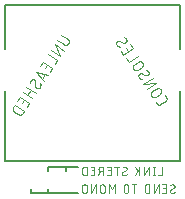
<source format=gbr>
G04 EAGLE Gerber RS-274X export*
G75*
%MOMM*%
%FSLAX34Y34*%
%LPD*%
%INSilkscreen Bottom*%
%IPPOS*%
%AMOC8*
5,1,8,0,0,1.08239X$1,22.5*%
G01*
%ADD10C,0.076200*%
%ADD11C,0.127000*%


D10*
X148371Y85231D02*
X149551Y83507D01*
X149604Y83433D01*
X149661Y83362D01*
X149720Y83293D01*
X149782Y83226D01*
X149847Y83162D01*
X149915Y83102D01*
X149986Y83044D01*
X150059Y82989D01*
X150134Y82938D01*
X150211Y82890D01*
X150291Y82845D01*
X150372Y82804D01*
X150455Y82766D01*
X150539Y82733D01*
X150625Y82702D01*
X150712Y82676D01*
X150801Y82653D01*
X150890Y82635D01*
X150980Y82620D01*
X151070Y82609D01*
X151161Y82602D01*
X151252Y82599D01*
X151343Y82600D01*
X151434Y82605D01*
X151525Y82614D01*
X151615Y82627D01*
X151705Y82644D01*
X151793Y82665D01*
X151881Y82689D01*
X151968Y82718D01*
X152053Y82750D01*
X152137Y82785D01*
X152219Y82825D01*
X152299Y82868D01*
X152377Y82914D01*
X152454Y82964D01*
X156762Y85914D01*
X156834Y85966D01*
X156904Y86020D01*
X156971Y86078D01*
X157036Y86138D01*
X157098Y86201D01*
X157158Y86267D01*
X157214Y86335D01*
X157268Y86406D01*
X157319Y86478D01*
X157367Y86553D01*
X157411Y86630D01*
X157452Y86708D01*
X157490Y86788D01*
X157524Y86870D01*
X157555Y86953D01*
X157582Y87038D01*
X157606Y87123D01*
X157626Y87209D01*
X157642Y87297D01*
X157655Y87384D01*
X157664Y87472D01*
X157669Y87561D01*
X157670Y87650D01*
X157668Y87738D01*
X157661Y87827D01*
X157651Y87915D01*
X157638Y88002D01*
X157620Y88089D01*
X157599Y88175D01*
X157575Y88260D01*
X157546Y88344D01*
X157515Y88427D01*
X157479Y88509D01*
X157441Y88588D01*
X157399Y88666D01*
X157353Y88742D01*
X157305Y88817D01*
X156125Y90540D01*
X152012Y91927D02*
X148565Y89568D01*
X152012Y91927D02*
X152095Y91985D01*
X152175Y92047D01*
X152252Y92112D01*
X152327Y92180D01*
X152400Y92251D01*
X152469Y92325D01*
X152536Y92401D01*
X152599Y92480D01*
X152660Y92561D01*
X152717Y92645D01*
X152771Y92730D01*
X152822Y92818D01*
X152869Y92907D01*
X152913Y92999D01*
X152953Y93092D01*
X152990Y93186D01*
X153023Y93282D01*
X153052Y93379D01*
X153077Y93477D01*
X153099Y93576D01*
X153116Y93676D01*
X153130Y93776D01*
X153140Y93877D01*
X153146Y93978D01*
X153148Y94079D01*
X153146Y94180D01*
X153140Y94281D01*
X153131Y94382D01*
X153117Y94482D01*
X153099Y94582D01*
X153078Y94681D01*
X153053Y94779D01*
X153024Y94876D01*
X152991Y94972D01*
X152955Y95067D01*
X152915Y95160D01*
X152871Y95251D01*
X152824Y95341D01*
X152773Y95428D01*
X152720Y95514D01*
X152662Y95598D01*
X152602Y95679D01*
X152538Y95758D01*
X152472Y95834D01*
X152402Y95908D01*
X152330Y95979D01*
X152255Y96047D01*
X152178Y96112D01*
X152098Y96174D01*
X152015Y96233D01*
X151931Y96289D01*
X151844Y96341D01*
X151756Y96390D01*
X151665Y96436D01*
X151573Y96478D01*
X151479Y96516D01*
X151384Y96551D01*
X151288Y96582D01*
X151190Y96609D01*
X151092Y96632D01*
X150992Y96652D01*
X150892Y96668D01*
X150792Y96680D01*
X150691Y96687D01*
X150590Y96691D01*
X150488Y96692D01*
X150387Y96688D01*
X150286Y96680D01*
X150186Y96668D01*
X150086Y96653D01*
X149986Y96633D01*
X149888Y96610D01*
X149790Y96583D01*
X149694Y96552D01*
X149598Y96517D01*
X149505Y96479D01*
X149412Y96437D01*
X149322Y96392D01*
X149233Y96343D01*
X149147Y96291D01*
X149062Y96235D01*
X145615Y93876D01*
X145532Y93818D01*
X145452Y93756D01*
X145375Y93691D01*
X145300Y93623D01*
X145227Y93552D01*
X145158Y93478D01*
X145091Y93402D01*
X145028Y93323D01*
X144967Y93242D01*
X144910Y93158D01*
X144856Y93073D01*
X144805Y92985D01*
X144758Y92896D01*
X144714Y92804D01*
X144674Y92711D01*
X144637Y92617D01*
X144604Y92521D01*
X144575Y92424D01*
X144550Y92326D01*
X144528Y92227D01*
X144511Y92127D01*
X144497Y92027D01*
X144487Y91926D01*
X144481Y91825D01*
X144479Y91724D01*
X144481Y91623D01*
X144487Y91522D01*
X144496Y91421D01*
X144510Y91321D01*
X144528Y91221D01*
X144549Y91122D01*
X144574Y91024D01*
X144603Y90927D01*
X144636Y90831D01*
X144672Y90736D01*
X144712Y90643D01*
X144756Y90552D01*
X144803Y90462D01*
X144854Y90375D01*
X144907Y90289D01*
X144965Y90205D01*
X145025Y90124D01*
X145089Y90045D01*
X145155Y89969D01*
X145225Y89895D01*
X145297Y89824D01*
X145372Y89756D01*
X145449Y89691D01*
X145529Y89629D01*
X145612Y89570D01*
X145696Y89514D01*
X145783Y89462D01*
X145871Y89413D01*
X145962Y89367D01*
X146054Y89325D01*
X146148Y89287D01*
X146243Y89252D01*
X146339Y89221D01*
X146437Y89194D01*
X146535Y89171D01*
X146635Y89151D01*
X146735Y89135D01*
X146835Y89123D01*
X146936Y89116D01*
X147037Y89112D01*
X147139Y89111D01*
X147240Y89115D01*
X147341Y89123D01*
X147441Y89135D01*
X147541Y89150D01*
X147641Y89170D01*
X147739Y89193D01*
X147837Y89220D01*
X147933Y89251D01*
X148029Y89286D01*
X148122Y89324D01*
X148215Y89366D01*
X148305Y89411D01*
X148394Y89460D01*
X148480Y89512D01*
X148565Y89568D01*
X141073Y95889D02*
X148827Y101199D01*
X138123Y100197D01*
X145878Y105507D01*
X134680Y108921D02*
X134606Y108868D01*
X134535Y108811D01*
X134466Y108752D01*
X134399Y108690D01*
X134335Y108625D01*
X134275Y108557D01*
X134217Y108486D01*
X134162Y108413D01*
X134111Y108338D01*
X134063Y108261D01*
X134018Y108181D01*
X133977Y108100D01*
X133939Y108017D01*
X133906Y107933D01*
X133875Y107847D01*
X133849Y107760D01*
X133826Y107671D01*
X133808Y107582D01*
X133793Y107492D01*
X133782Y107402D01*
X133775Y107311D01*
X133772Y107220D01*
X133773Y107129D01*
X133778Y107038D01*
X133787Y106947D01*
X133800Y106857D01*
X133817Y106767D01*
X133838Y106679D01*
X133862Y106591D01*
X133891Y106504D01*
X133923Y106419D01*
X133958Y106335D01*
X133998Y106253D01*
X134041Y106173D01*
X134087Y106095D01*
X134137Y106018D01*
X134211Y105913D01*
X134288Y105810D01*
X134369Y105709D01*
X134452Y105611D01*
X134539Y105515D01*
X134628Y105421D01*
X134719Y105330D01*
X134814Y105242D01*
X134910Y105157D01*
X135010Y105075D01*
X135111Y104995D01*
X135215Y104919D01*
X135321Y104845D01*
X135430Y104775D01*
X135540Y104708D01*
X135652Y104644D01*
X135766Y104584D01*
X135882Y104527D01*
X135999Y104473D01*
X136118Y104423D01*
X136238Y104376D01*
X136360Y104333D01*
X136483Y104293D01*
X136606Y104257D01*
X136731Y104225D01*
X136857Y104196D01*
X136984Y104171D01*
X141791Y107779D02*
X141863Y107831D01*
X141932Y107885D01*
X142000Y107943D01*
X142065Y108003D01*
X142127Y108066D01*
X142187Y108132D01*
X142243Y108200D01*
X142297Y108271D01*
X142348Y108343D01*
X142396Y108418D01*
X142440Y108495D01*
X142481Y108573D01*
X142519Y108653D01*
X142553Y108735D01*
X142584Y108818D01*
X142611Y108903D01*
X142635Y108988D01*
X142655Y109074D01*
X142671Y109162D01*
X142684Y109249D01*
X142693Y109338D01*
X142698Y109426D01*
X142699Y109515D01*
X142697Y109603D01*
X142690Y109692D01*
X142680Y109780D01*
X142667Y109867D01*
X142649Y109954D01*
X142628Y110040D01*
X142604Y110126D01*
X142575Y110210D01*
X142544Y110292D01*
X142508Y110374D01*
X142470Y110453D01*
X142428Y110531D01*
X142382Y110608D01*
X142334Y110682D01*
X142265Y110780D01*
X142192Y110875D01*
X142117Y110969D01*
X142039Y111060D01*
X141959Y111149D01*
X141875Y111235D01*
X141789Y111319D01*
X141701Y111399D01*
X141610Y111478D01*
X141516Y111553D01*
X141421Y111626D01*
X141323Y111695D01*
X141223Y111762D01*
X141121Y111825D01*
X141017Y111885D01*
X140912Y111942D01*
X140805Y111996D01*
X140696Y112046D01*
X140585Y112094D01*
X140474Y112137D01*
X140361Y112178D01*
X139693Y107608D02*
X139776Y107571D01*
X139862Y107538D01*
X139949Y107508D01*
X140037Y107482D01*
X140126Y107460D01*
X140216Y107442D01*
X140306Y107427D01*
X140398Y107417D01*
X140489Y107410D01*
X140581Y107408D01*
X140673Y107410D01*
X140764Y107415D01*
X140855Y107424D01*
X140946Y107438D01*
X141036Y107455D01*
X141126Y107476D01*
X141214Y107501D01*
X141301Y107530D01*
X141387Y107563D01*
X141471Y107599D01*
X141554Y107639D01*
X141635Y107682D01*
X141714Y107729D01*
X141790Y107779D01*
X136778Y109092D02*
X136694Y109129D01*
X136609Y109162D01*
X136522Y109192D01*
X136434Y109218D01*
X136345Y109240D01*
X136255Y109258D01*
X136165Y109273D01*
X136073Y109283D01*
X135982Y109290D01*
X135890Y109292D01*
X135798Y109290D01*
X135707Y109285D01*
X135616Y109276D01*
X135525Y109262D01*
X135435Y109245D01*
X135345Y109224D01*
X135257Y109199D01*
X135170Y109170D01*
X135084Y109137D01*
X135000Y109101D01*
X134917Y109061D01*
X134836Y109018D01*
X134758Y108971D01*
X134681Y108921D01*
X136778Y109093D02*
X139693Y107608D01*
X136514Y114562D02*
X133067Y112202D01*
X136514Y114562D02*
X136597Y114620D01*
X136677Y114682D01*
X136754Y114747D01*
X136829Y114815D01*
X136902Y114886D01*
X136971Y114960D01*
X137038Y115036D01*
X137101Y115115D01*
X137162Y115196D01*
X137219Y115280D01*
X137273Y115365D01*
X137324Y115453D01*
X137371Y115542D01*
X137415Y115634D01*
X137455Y115727D01*
X137492Y115821D01*
X137525Y115917D01*
X137554Y116014D01*
X137579Y116112D01*
X137601Y116211D01*
X137618Y116311D01*
X137632Y116411D01*
X137642Y116512D01*
X137648Y116613D01*
X137650Y116714D01*
X137648Y116815D01*
X137642Y116916D01*
X137633Y117017D01*
X137619Y117117D01*
X137601Y117217D01*
X137580Y117316D01*
X137555Y117414D01*
X137526Y117511D01*
X137493Y117607D01*
X137457Y117702D01*
X137417Y117795D01*
X137373Y117886D01*
X137326Y117976D01*
X137275Y118063D01*
X137222Y118149D01*
X137164Y118233D01*
X137104Y118314D01*
X137040Y118393D01*
X136974Y118469D01*
X136904Y118543D01*
X136832Y118614D01*
X136757Y118682D01*
X136680Y118747D01*
X136600Y118809D01*
X136517Y118868D01*
X136433Y118924D01*
X136346Y118976D01*
X136258Y119025D01*
X136167Y119071D01*
X136075Y119113D01*
X135981Y119151D01*
X135886Y119186D01*
X135790Y119217D01*
X135692Y119244D01*
X135594Y119267D01*
X135494Y119287D01*
X135394Y119303D01*
X135294Y119315D01*
X135193Y119322D01*
X135092Y119326D01*
X134990Y119327D01*
X134889Y119323D01*
X134788Y119315D01*
X134688Y119303D01*
X134588Y119288D01*
X134488Y119268D01*
X134390Y119245D01*
X134292Y119218D01*
X134196Y119187D01*
X134100Y119152D01*
X134007Y119114D01*
X133914Y119072D01*
X133824Y119027D01*
X133735Y118978D01*
X133649Y118926D01*
X133564Y118870D01*
X130117Y116510D01*
X130034Y116452D01*
X129954Y116390D01*
X129877Y116325D01*
X129802Y116257D01*
X129729Y116186D01*
X129660Y116112D01*
X129593Y116036D01*
X129530Y115957D01*
X129469Y115876D01*
X129412Y115792D01*
X129358Y115707D01*
X129307Y115619D01*
X129260Y115530D01*
X129216Y115438D01*
X129176Y115345D01*
X129139Y115251D01*
X129106Y115155D01*
X129077Y115058D01*
X129052Y114960D01*
X129030Y114861D01*
X129013Y114761D01*
X128999Y114661D01*
X128989Y114560D01*
X128983Y114459D01*
X128981Y114358D01*
X128983Y114257D01*
X128989Y114156D01*
X128998Y114055D01*
X129012Y113955D01*
X129030Y113855D01*
X129051Y113756D01*
X129076Y113658D01*
X129105Y113561D01*
X129138Y113465D01*
X129174Y113370D01*
X129214Y113277D01*
X129258Y113186D01*
X129305Y113096D01*
X129356Y113009D01*
X129409Y112923D01*
X129467Y112839D01*
X129527Y112758D01*
X129591Y112679D01*
X129657Y112603D01*
X129727Y112529D01*
X129799Y112458D01*
X129874Y112390D01*
X129951Y112325D01*
X130031Y112263D01*
X130114Y112204D01*
X130198Y112148D01*
X130285Y112096D01*
X130373Y112047D01*
X130464Y112001D01*
X130556Y111959D01*
X130650Y111921D01*
X130745Y111886D01*
X130841Y111855D01*
X130939Y111828D01*
X131037Y111805D01*
X131137Y111785D01*
X131237Y111769D01*
X131337Y111757D01*
X131438Y111750D01*
X131539Y111746D01*
X131641Y111745D01*
X131742Y111749D01*
X131843Y111757D01*
X131943Y111769D01*
X132043Y111784D01*
X132143Y111804D01*
X132241Y111827D01*
X132339Y111854D01*
X132435Y111885D01*
X132531Y111920D01*
X132624Y111958D01*
X132717Y112000D01*
X132807Y112045D01*
X132896Y112094D01*
X132982Y112146D01*
X133067Y112202D01*
X125565Y118538D02*
X133319Y123847D01*
X125565Y118538D02*
X123205Y121984D01*
X121088Y125077D02*
X118728Y128523D01*
X121088Y125077D02*
X128842Y130386D01*
X126482Y133833D01*
X123626Y130611D02*
X125396Y128026D01*
X115195Y133683D02*
X115145Y133760D01*
X115099Y133838D01*
X115056Y133918D01*
X115016Y134000D01*
X114981Y134084D01*
X114949Y134169D01*
X114920Y134256D01*
X114896Y134344D01*
X114875Y134432D01*
X114858Y134522D01*
X114845Y134612D01*
X114836Y134703D01*
X114831Y134794D01*
X114830Y134885D01*
X114833Y134976D01*
X114840Y135067D01*
X114851Y135157D01*
X114866Y135247D01*
X114884Y135336D01*
X114907Y135425D01*
X114933Y135512D01*
X114964Y135598D01*
X114997Y135682D01*
X115035Y135765D01*
X115076Y135846D01*
X115121Y135926D01*
X115169Y136003D01*
X115220Y136078D01*
X115275Y136151D01*
X115333Y136222D01*
X115393Y136290D01*
X115457Y136355D01*
X115524Y136417D01*
X115593Y136476D01*
X115664Y136533D01*
X115738Y136586D01*
X115195Y133682D02*
X115269Y133577D01*
X115346Y133474D01*
X115427Y133373D01*
X115510Y133275D01*
X115597Y133179D01*
X115686Y133085D01*
X115777Y132994D01*
X115872Y132906D01*
X115968Y132821D01*
X116068Y132739D01*
X116169Y132659D01*
X116273Y132583D01*
X116379Y132509D01*
X116488Y132439D01*
X116598Y132372D01*
X116710Y132308D01*
X116824Y132248D01*
X116940Y132191D01*
X117057Y132137D01*
X117176Y132087D01*
X117296Y132040D01*
X117418Y131997D01*
X117541Y131957D01*
X117664Y131921D01*
X117789Y131889D01*
X117915Y131860D01*
X118042Y131835D01*
X122849Y135443D02*
X122921Y135495D01*
X122990Y135549D01*
X123058Y135607D01*
X123123Y135667D01*
X123185Y135730D01*
X123245Y135796D01*
X123301Y135864D01*
X123355Y135935D01*
X123406Y136007D01*
X123454Y136082D01*
X123498Y136159D01*
X123539Y136237D01*
X123577Y136317D01*
X123611Y136399D01*
X123642Y136482D01*
X123669Y136567D01*
X123693Y136652D01*
X123713Y136738D01*
X123729Y136826D01*
X123742Y136913D01*
X123751Y137002D01*
X123756Y137090D01*
X123757Y137179D01*
X123755Y137267D01*
X123748Y137356D01*
X123738Y137444D01*
X123725Y137531D01*
X123707Y137618D01*
X123686Y137704D01*
X123662Y137790D01*
X123633Y137874D01*
X123602Y137956D01*
X123566Y138038D01*
X123528Y138117D01*
X123486Y138195D01*
X123440Y138272D01*
X123392Y138346D01*
X123323Y138444D01*
X123250Y138539D01*
X123175Y138633D01*
X123097Y138724D01*
X123017Y138813D01*
X122933Y138899D01*
X122847Y138983D01*
X122759Y139063D01*
X122668Y139142D01*
X122574Y139217D01*
X122479Y139290D01*
X122381Y139359D01*
X122281Y139426D01*
X122179Y139489D01*
X122075Y139549D01*
X121970Y139606D01*
X121863Y139660D01*
X121754Y139710D01*
X121643Y139758D01*
X121532Y139801D01*
X121419Y139842D01*
X120751Y135272D02*
X120834Y135235D01*
X120920Y135202D01*
X121007Y135172D01*
X121095Y135146D01*
X121184Y135124D01*
X121274Y135106D01*
X121364Y135091D01*
X121456Y135081D01*
X121547Y135074D01*
X121639Y135072D01*
X121731Y135074D01*
X121822Y135079D01*
X121913Y135088D01*
X122004Y135102D01*
X122094Y135119D01*
X122184Y135140D01*
X122272Y135165D01*
X122359Y135194D01*
X122445Y135227D01*
X122529Y135263D01*
X122612Y135303D01*
X122693Y135346D01*
X122772Y135393D01*
X122848Y135443D01*
X117836Y136757D02*
X117752Y136794D01*
X117667Y136827D01*
X117580Y136857D01*
X117492Y136883D01*
X117403Y136905D01*
X117313Y136923D01*
X117223Y136938D01*
X117131Y136948D01*
X117040Y136955D01*
X116948Y136957D01*
X116856Y136955D01*
X116765Y136950D01*
X116674Y136941D01*
X116583Y136927D01*
X116493Y136910D01*
X116403Y136889D01*
X116315Y136864D01*
X116228Y136835D01*
X116142Y136802D01*
X116058Y136766D01*
X115975Y136726D01*
X115894Y136683D01*
X115816Y136636D01*
X115739Y136586D01*
X117836Y136757D02*
X120751Y135272D01*
X153369Y30247D02*
X153369Y22881D01*
X150095Y22881D01*
X146706Y22881D02*
X146706Y30247D01*
X147524Y22881D02*
X145887Y22881D01*
X145887Y30247D02*
X147524Y30247D01*
X142656Y30247D02*
X142656Y22881D01*
X138564Y22881D02*
X142656Y30247D01*
X138564Y30247D02*
X138564Y22881D01*
X134735Y22881D02*
X134735Y30247D01*
X130643Y30247D02*
X134735Y25746D01*
X133098Y27382D02*
X130643Y22881D01*
X121669Y22881D02*
X121591Y22883D01*
X121513Y22888D01*
X121436Y22898D01*
X121359Y22911D01*
X121283Y22927D01*
X121208Y22947D01*
X121134Y22971D01*
X121061Y22998D01*
X120989Y23029D01*
X120919Y23063D01*
X120851Y23100D01*
X120784Y23141D01*
X120719Y23185D01*
X120657Y23231D01*
X120597Y23281D01*
X120539Y23333D01*
X120484Y23388D01*
X120432Y23446D01*
X120382Y23506D01*
X120336Y23568D01*
X120292Y23633D01*
X120251Y23699D01*
X120214Y23768D01*
X120180Y23838D01*
X120149Y23910D01*
X120122Y23983D01*
X120098Y24057D01*
X120078Y24132D01*
X120062Y24208D01*
X120049Y24285D01*
X120039Y24362D01*
X120034Y24440D01*
X120032Y24518D01*
X121669Y22881D02*
X121783Y22883D01*
X121896Y22888D01*
X122010Y22898D01*
X122123Y22911D01*
X122235Y22928D01*
X122347Y22948D01*
X122458Y22972D01*
X122569Y23000D01*
X122678Y23031D01*
X122786Y23066D01*
X122893Y23105D01*
X122999Y23147D01*
X123103Y23192D01*
X123206Y23241D01*
X123307Y23294D01*
X123406Y23349D01*
X123504Y23408D01*
X123599Y23470D01*
X123692Y23535D01*
X123784Y23603D01*
X123872Y23674D01*
X123959Y23748D01*
X124043Y23825D01*
X124124Y23904D01*
X123919Y28610D02*
X123917Y28688D01*
X123912Y28766D01*
X123902Y28843D01*
X123889Y28920D01*
X123873Y28996D01*
X123853Y29071D01*
X123829Y29145D01*
X123802Y29218D01*
X123771Y29290D01*
X123737Y29360D01*
X123700Y29429D01*
X123659Y29495D01*
X123615Y29560D01*
X123569Y29622D01*
X123519Y29682D01*
X123467Y29740D01*
X123412Y29795D01*
X123354Y29847D01*
X123294Y29897D01*
X123232Y29943D01*
X123167Y29987D01*
X123101Y30028D01*
X123032Y30065D01*
X122962Y30099D01*
X122890Y30130D01*
X122817Y30157D01*
X122743Y30181D01*
X122668Y30201D01*
X122592Y30217D01*
X122515Y30230D01*
X122438Y30240D01*
X122360Y30245D01*
X122282Y30247D01*
X122172Y30245D01*
X122063Y30239D01*
X121953Y30229D01*
X121845Y30216D01*
X121736Y30198D01*
X121629Y30177D01*
X121522Y30151D01*
X121416Y30122D01*
X121311Y30090D01*
X121208Y30053D01*
X121106Y30013D01*
X121005Y29969D01*
X120906Y29921D01*
X120809Y29871D01*
X120714Y29816D01*
X120621Y29758D01*
X120530Y29697D01*
X120441Y29633D01*
X123101Y27177D02*
X123168Y27219D01*
X123233Y27263D01*
X123295Y27311D01*
X123355Y27361D01*
X123413Y27414D01*
X123468Y27470D01*
X123520Y27529D01*
X123570Y27589D01*
X123617Y27653D01*
X123660Y27718D01*
X123701Y27785D01*
X123738Y27854D01*
X123772Y27925D01*
X123803Y27997D01*
X123830Y28071D01*
X123854Y28145D01*
X123874Y28221D01*
X123890Y28298D01*
X123903Y28375D01*
X123913Y28453D01*
X123918Y28532D01*
X123920Y28610D01*
X120850Y25950D02*
X120784Y25909D01*
X120719Y25864D01*
X120657Y25817D01*
X120597Y25766D01*
X120539Y25713D01*
X120484Y25657D01*
X120431Y25599D01*
X120382Y25538D01*
X120335Y25475D01*
X120292Y25410D01*
X120251Y25343D01*
X120214Y25274D01*
X120180Y25203D01*
X120149Y25131D01*
X120122Y25057D01*
X120098Y24982D01*
X120078Y24907D01*
X120062Y24830D01*
X120049Y24753D01*
X120039Y24675D01*
X120034Y24596D01*
X120032Y24518D01*
X120850Y25950D02*
X123101Y27178D01*
X115494Y30247D02*
X115494Y22881D01*
X117540Y30247D02*
X113448Y30247D01*
X110453Y22881D02*
X107179Y22881D01*
X110453Y22881D02*
X110453Y30247D01*
X107179Y30247D01*
X107998Y26973D02*
X110453Y26973D01*
X104078Y30247D02*
X104078Y22881D01*
X104078Y30247D02*
X102032Y30247D01*
X101943Y30245D01*
X101854Y30239D01*
X101765Y30229D01*
X101677Y30216D01*
X101589Y30199D01*
X101502Y30177D01*
X101417Y30152D01*
X101332Y30124D01*
X101249Y30091D01*
X101167Y30055D01*
X101087Y30016D01*
X101009Y29973D01*
X100933Y29927D01*
X100858Y29877D01*
X100786Y29824D01*
X100717Y29768D01*
X100650Y29709D01*
X100585Y29648D01*
X100524Y29583D01*
X100465Y29516D01*
X100409Y29447D01*
X100356Y29375D01*
X100306Y29300D01*
X100260Y29224D01*
X100217Y29146D01*
X100178Y29066D01*
X100142Y28984D01*
X100109Y28901D01*
X100081Y28816D01*
X100056Y28731D01*
X100034Y28644D01*
X100017Y28556D01*
X100004Y28468D01*
X99994Y28379D01*
X99988Y28290D01*
X99986Y28201D01*
X99988Y28112D01*
X99994Y28023D01*
X100004Y27934D01*
X100017Y27846D01*
X100034Y27758D01*
X100056Y27671D01*
X100081Y27586D01*
X100109Y27501D01*
X100142Y27418D01*
X100178Y27336D01*
X100217Y27256D01*
X100260Y27178D01*
X100306Y27102D01*
X100356Y27027D01*
X100409Y26955D01*
X100465Y26886D01*
X100524Y26819D01*
X100585Y26754D01*
X100650Y26693D01*
X100717Y26634D01*
X100786Y26578D01*
X100858Y26525D01*
X100933Y26475D01*
X101009Y26429D01*
X101087Y26386D01*
X101167Y26347D01*
X101249Y26311D01*
X101332Y26278D01*
X101417Y26250D01*
X101502Y26225D01*
X101589Y26203D01*
X101677Y26186D01*
X101765Y26173D01*
X101854Y26163D01*
X101943Y26157D01*
X102032Y26155D01*
X104078Y26155D01*
X101623Y26155D02*
X99986Y22881D01*
X96554Y22881D02*
X93281Y22881D01*
X96554Y22881D02*
X96554Y30247D01*
X93281Y30247D01*
X94099Y26973D02*
X96554Y26973D01*
X90474Y28201D02*
X90474Y24927D01*
X90474Y28201D02*
X90472Y28290D01*
X90466Y28379D01*
X90456Y28468D01*
X90443Y28556D01*
X90426Y28644D01*
X90404Y28731D01*
X90379Y28816D01*
X90351Y28901D01*
X90318Y28984D01*
X90282Y29066D01*
X90243Y29146D01*
X90200Y29224D01*
X90154Y29300D01*
X90104Y29375D01*
X90051Y29447D01*
X89995Y29516D01*
X89936Y29583D01*
X89875Y29648D01*
X89810Y29709D01*
X89743Y29768D01*
X89674Y29824D01*
X89602Y29877D01*
X89527Y29927D01*
X89451Y29973D01*
X89373Y30016D01*
X89293Y30055D01*
X89211Y30091D01*
X89128Y30124D01*
X89043Y30152D01*
X88958Y30177D01*
X88871Y30199D01*
X88783Y30216D01*
X88695Y30229D01*
X88606Y30239D01*
X88517Y30245D01*
X88428Y30247D01*
X88339Y30245D01*
X88250Y30239D01*
X88161Y30229D01*
X88073Y30216D01*
X87985Y30199D01*
X87898Y30177D01*
X87813Y30152D01*
X87728Y30124D01*
X87645Y30091D01*
X87563Y30055D01*
X87483Y30016D01*
X87405Y29973D01*
X87329Y29927D01*
X87254Y29877D01*
X87182Y29824D01*
X87113Y29768D01*
X87046Y29709D01*
X86981Y29648D01*
X86920Y29583D01*
X86861Y29516D01*
X86805Y29447D01*
X86752Y29375D01*
X86702Y29300D01*
X86656Y29224D01*
X86613Y29146D01*
X86574Y29066D01*
X86538Y28984D01*
X86505Y28901D01*
X86477Y28816D01*
X86452Y28731D01*
X86430Y28644D01*
X86413Y28556D01*
X86400Y28468D01*
X86390Y28379D01*
X86384Y28290D01*
X86382Y28201D01*
X86382Y24927D01*
X86384Y24838D01*
X86390Y24749D01*
X86400Y24660D01*
X86413Y24572D01*
X86430Y24484D01*
X86452Y24397D01*
X86477Y24312D01*
X86505Y24227D01*
X86538Y24144D01*
X86574Y24062D01*
X86613Y23982D01*
X86656Y23904D01*
X86702Y23828D01*
X86752Y23753D01*
X86805Y23681D01*
X86861Y23612D01*
X86920Y23545D01*
X86981Y23480D01*
X87046Y23419D01*
X87113Y23360D01*
X87182Y23304D01*
X87254Y23251D01*
X87329Y23201D01*
X87405Y23155D01*
X87483Y23112D01*
X87563Y23073D01*
X87645Y23037D01*
X87728Y23004D01*
X87813Y22976D01*
X87898Y22951D01*
X87985Y22929D01*
X88073Y22912D01*
X88161Y22899D01*
X88250Y22889D01*
X88339Y22883D01*
X88428Y22881D01*
X88517Y22883D01*
X88606Y22889D01*
X88695Y22899D01*
X88783Y22912D01*
X88871Y22929D01*
X88958Y22951D01*
X89043Y22976D01*
X89128Y23004D01*
X89211Y23037D01*
X89293Y23073D01*
X89373Y23112D01*
X89451Y23155D01*
X89527Y23201D01*
X89602Y23251D01*
X89674Y23304D01*
X89743Y23360D01*
X89810Y23419D01*
X89875Y23480D01*
X89936Y23545D01*
X89995Y23612D01*
X90051Y23681D01*
X90104Y23753D01*
X90154Y23828D01*
X90200Y23904D01*
X90243Y23982D01*
X90282Y24062D01*
X90318Y24144D01*
X90351Y24227D01*
X90379Y24312D01*
X90404Y24397D01*
X90426Y24484D01*
X90443Y24572D01*
X90456Y24660D01*
X90466Y24749D01*
X90472Y24838D01*
X90474Y24927D01*
X160527Y9518D02*
X160529Y9440D01*
X160534Y9362D01*
X160544Y9285D01*
X160557Y9208D01*
X160573Y9132D01*
X160593Y9057D01*
X160617Y8983D01*
X160644Y8910D01*
X160675Y8838D01*
X160709Y8768D01*
X160746Y8699D01*
X160787Y8633D01*
X160831Y8568D01*
X160877Y8506D01*
X160927Y8446D01*
X160979Y8388D01*
X161034Y8333D01*
X161092Y8281D01*
X161152Y8231D01*
X161214Y8185D01*
X161279Y8141D01*
X161346Y8100D01*
X161414Y8063D01*
X161484Y8029D01*
X161556Y7998D01*
X161629Y7971D01*
X161703Y7947D01*
X161778Y7927D01*
X161854Y7911D01*
X161931Y7898D01*
X162008Y7888D01*
X162086Y7883D01*
X162164Y7881D01*
X162278Y7883D01*
X162391Y7888D01*
X162505Y7898D01*
X162618Y7911D01*
X162730Y7928D01*
X162842Y7948D01*
X162953Y7972D01*
X163064Y8000D01*
X163173Y8031D01*
X163281Y8066D01*
X163388Y8105D01*
X163494Y8147D01*
X163598Y8192D01*
X163701Y8241D01*
X163802Y8294D01*
X163901Y8349D01*
X163999Y8408D01*
X164094Y8470D01*
X164187Y8535D01*
X164279Y8603D01*
X164367Y8674D01*
X164454Y8748D01*
X164538Y8825D01*
X164619Y8904D01*
X164415Y13610D02*
X164413Y13688D01*
X164408Y13766D01*
X164398Y13843D01*
X164385Y13920D01*
X164369Y13996D01*
X164349Y14071D01*
X164325Y14145D01*
X164298Y14218D01*
X164267Y14290D01*
X164233Y14360D01*
X164196Y14429D01*
X164155Y14495D01*
X164111Y14560D01*
X164065Y14622D01*
X164015Y14682D01*
X163963Y14740D01*
X163908Y14795D01*
X163850Y14847D01*
X163790Y14897D01*
X163728Y14943D01*
X163663Y14987D01*
X163597Y15028D01*
X163528Y15065D01*
X163458Y15099D01*
X163386Y15130D01*
X163313Y15157D01*
X163239Y15181D01*
X163164Y15201D01*
X163088Y15217D01*
X163011Y15230D01*
X162934Y15240D01*
X162856Y15245D01*
X162778Y15247D01*
X162668Y15245D01*
X162559Y15239D01*
X162449Y15229D01*
X162341Y15216D01*
X162232Y15198D01*
X162125Y15177D01*
X162018Y15151D01*
X161912Y15122D01*
X161807Y15090D01*
X161704Y15053D01*
X161602Y15013D01*
X161501Y14969D01*
X161402Y14921D01*
X161305Y14871D01*
X161210Y14816D01*
X161117Y14758D01*
X161026Y14697D01*
X160937Y14633D01*
X163596Y12177D02*
X163663Y12219D01*
X163728Y12263D01*
X163790Y12311D01*
X163850Y12361D01*
X163908Y12414D01*
X163963Y12470D01*
X164015Y12529D01*
X164065Y12589D01*
X164112Y12653D01*
X164155Y12718D01*
X164196Y12785D01*
X164233Y12854D01*
X164267Y12925D01*
X164298Y12997D01*
X164325Y13071D01*
X164349Y13145D01*
X164369Y13221D01*
X164385Y13298D01*
X164398Y13375D01*
X164408Y13453D01*
X164413Y13532D01*
X164415Y13610D01*
X161345Y10950D02*
X161279Y10909D01*
X161214Y10864D01*
X161152Y10817D01*
X161092Y10766D01*
X161034Y10713D01*
X160979Y10657D01*
X160926Y10599D01*
X160877Y10538D01*
X160830Y10475D01*
X160787Y10410D01*
X160746Y10343D01*
X160709Y10274D01*
X160675Y10203D01*
X160644Y10131D01*
X160617Y10057D01*
X160593Y9982D01*
X160573Y9907D01*
X160557Y9830D01*
X160544Y9753D01*
X160534Y9675D01*
X160529Y9596D01*
X160527Y9518D01*
X161345Y10950D02*
X163596Y12178D01*
X157288Y7881D02*
X154014Y7881D01*
X157288Y7881D02*
X157288Y15247D01*
X154014Y15247D01*
X154833Y11973D02*
X157288Y11973D01*
X150964Y15247D02*
X150964Y7881D01*
X146872Y7881D02*
X150964Y15247D01*
X146872Y15247D02*
X146872Y7881D01*
X143161Y7881D02*
X143161Y15247D01*
X141115Y15247D01*
X141026Y15245D01*
X140937Y15239D01*
X140848Y15229D01*
X140760Y15216D01*
X140672Y15199D01*
X140585Y15177D01*
X140500Y15152D01*
X140415Y15124D01*
X140332Y15091D01*
X140250Y15055D01*
X140170Y15016D01*
X140092Y14973D01*
X140016Y14927D01*
X139941Y14877D01*
X139869Y14824D01*
X139800Y14768D01*
X139733Y14709D01*
X139668Y14648D01*
X139607Y14583D01*
X139548Y14516D01*
X139492Y14447D01*
X139439Y14375D01*
X139389Y14300D01*
X139343Y14224D01*
X139300Y14146D01*
X139261Y14066D01*
X139225Y13984D01*
X139192Y13901D01*
X139164Y13816D01*
X139139Y13731D01*
X139117Y13644D01*
X139100Y13556D01*
X139087Y13468D01*
X139077Y13379D01*
X139071Y13290D01*
X139069Y13201D01*
X139069Y9927D01*
X139071Y9838D01*
X139077Y9749D01*
X139087Y9660D01*
X139100Y9572D01*
X139117Y9484D01*
X139139Y9397D01*
X139164Y9312D01*
X139192Y9227D01*
X139225Y9144D01*
X139261Y9062D01*
X139300Y8982D01*
X139343Y8904D01*
X139389Y8828D01*
X139439Y8753D01*
X139492Y8681D01*
X139548Y8612D01*
X139607Y8545D01*
X139668Y8480D01*
X139733Y8419D01*
X139800Y8360D01*
X139869Y8304D01*
X139941Y8251D01*
X140016Y8201D01*
X140092Y8155D01*
X140170Y8112D01*
X140250Y8073D01*
X140332Y8037D01*
X140415Y8004D01*
X140500Y7976D01*
X140585Y7951D01*
X140672Y7929D01*
X140760Y7912D01*
X140848Y7899D01*
X140937Y7889D01*
X141026Y7883D01*
X141115Y7881D01*
X143161Y7881D01*
X130142Y7881D02*
X130142Y15247D01*
X132188Y15247D02*
X128096Y15247D01*
X125361Y13201D02*
X125361Y9927D01*
X125361Y13201D02*
X125359Y13290D01*
X125353Y13379D01*
X125343Y13468D01*
X125330Y13556D01*
X125313Y13644D01*
X125291Y13731D01*
X125266Y13816D01*
X125238Y13901D01*
X125205Y13984D01*
X125169Y14066D01*
X125130Y14146D01*
X125087Y14224D01*
X125041Y14300D01*
X124991Y14375D01*
X124938Y14447D01*
X124882Y14516D01*
X124823Y14583D01*
X124762Y14648D01*
X124697Y14709D01*
X124630Y14768D01*
X124561Y14824D01*
X124489Y14877D01*
X124414Y14927D01*
X124338Y14973D01*
X124260Y15016D01*
X124180Y15055D01*
X124098Y15091D01*
X124015Y15124D01*
X123930Y15152D01*
X123845Y15177D01*
X123758Y15199D01*
X123670Y15216D01*
X123582Y15229D01*
X123493Y15239D01*
X123404Y15245D01*
X123315Y15247D01*
X123226Y15245D01*
X123137Y15239D01*
X123048Y15229D01*
X122960Y15216D01*
X122872Y15199D01*
X122785Y15177D01*
X122700Y15152D01*
X122615Y15124D01*
X122532Y15091D01*
X122450Y15055D01*
X122370Y15016D01*
X122292Y14973D01*
X122216Y14927D01*
X122141Y14877D01*
X122069Y14824D01*
X122000Y14768D01*
X121933Y14709D01*
X121868Y14648D01*
X121807Y14583D01*
X121748Y14516D01*
X121692Y14447D01*
X121639Y14375D01*
X121589Y14300D01*
X121543Y14224D01*
X121500Y14146D01*
X121461Y14066D01*
X121425Y13984D01*
X121392Y13901D01*
X121364Y13816D01*
X121339Y13731D01*
X121317Y13644D01*
X121300Y13556D01*
X121287Y13468D01*
X121277Y13379D01*
X121271Y13290D01*
X121269Y13201D01*
X121269Y9927D01*
X121271Y9838D01*
X121277Y9749D01*
X121287Y9660D01*
X121300Y9572D01*
X121317Y9484D01*
X121339Y9397D01*
X121364Y9312D01*
X121392Y9227D01*
X121425Y9144D01*
X121461Y9062D01*
X121500Y8982D01*
X121543Y8904D01*
X121589Y8828D01*
X121639Y8753D01*
X121692Y8681D01*
X121748Y8612D01*
X121807Y8545D01*
X121868Y8480D01*
X121933Y8419D01*
X122000Y8360D01*
X122069Y8304D01*
X122141Y8251D01*
X122216Y8201D01*
X122292Y8155D01*
X122370Y8112D01*
X122450Y8073D01*
X122532Y8037D01*
X122615Y8004D01*
X122700Y7976D01*
X122785Y7951D01*
X122872Y7929D01*
X122960Y7912D01*
X123048Y7899D01*
X123137Y7889D01*
X123226Y7883D01*
X123315Y7881D01*
X123404Y7883D01*
X123493Y7889D01*
X123582Y7899D01*
X123670Y7912D01*
X123758Y7929D01*
X123845Y7951D01*
X123930Y7976D01*
X124015Y8004D01*
X124098Y8037D01*
X124180Y8073D01*
X124260Y8112D01*
X124338Y8155D01*
X124414Y8201D01*
X124489Y8251D01*
X124561Y8304D01*
X124630Y8360D01*
X124697Y8419D01*
X124762Y8480D01*
X124823Y8545D01*
X124882Y8612D01*
X124938Y8681D01*
X124991Y8753D01*
X125041Y8828D01*
X125087Y8904D01*
X125130Y8982D01*
X125169Y9062D01*
X125205Y9144D01*
X125238Y9227D01*
X125266Y9312D01*
X125291Y9397D01*
X125313Y9484D01*
X125330Y9572D01*
X125343Y9660D01*
X125353Y9749D01*
X125359Y9838D01*
X125361Y9927D01*
X113822Y7881D02*
X113822Y15247D01*
X111367Y11155D01*
X108911Y15247D01*
X108911Y7881D01*
X105366Y9927D02*
X105366Y13201D01*
X105364Y13290D01*
X105358Y13379D01*
X105348Y13468D01*
X105335Y13556D01*
X105318Y13644D01*
X105296Y13731D01*
X105271Y13816D01*
X105243Y13901D01*
X105210Y13984D01*
X105174Y14066D01*
X105135Y14146D01*
X105092Y14224D01*
X105046Y14300D01*
X104996Y14375D01*
X104943Y14447D01*
X104887Y14516D01*
X104828Y14583D01*
X104767Y14648D01*
X104702Y14709D01*
X104635Y14768D01*
X104566Y14824D01*
X104494Y14877D01*
X104419Y14927D01*
X104343Y14973D01*
X104265Y15016D01*
X104185Y15055D01*
X104103Y15091D01*
X104020Y15124D01*
X103935Y15152D01*
X103850Y15177D01*
X103763Y15199D01*
X103675Y15216D01*
X103587Y15229D01*
X103498Y15239D01*
X103409Y15245D01*
X103320Y15247D01*
X103231Y15245D01*
X103142Y15239D01*
X103053Y15229D01*
X102965Y15216D01*
X102877Y15199D01*
X102790Y15177D01*
X102705Y15152D01*
X102620Y15124D01*
X102537Y15091D01*
X102455Y15055D01*
X102375Y15016D01*
X102297Y14973D01*
X102221Y14927D01*
X102146Y14877D01*
X102074Y14824D01*
X102005Y14768D01*
X101938Y14709D01*
X101873Y14648D01*
X101812Y14583D01*
X101753Y14516D01*
X101697Y14447D01*
X101644Y14375D01*
X101594Y14300D01*
X101548Y14224D01*
X101505Y14146D01*
X101466Y14066D01*
X101430Y13984D01*
X101397Y13901D01*
X101369Y13816D01*
X101344Y13731D01*
X101322Y13644D01*
X101305Y13556D01*
X101292Y13468D01*
X101282Y13379D01*
X101276Y13290D01*
X101274Y13201D01*
X101274Y9927D01*
X101276Y9838D01*
X101282Y9749D01*
X101292Y9660D01*
X101305Y9572D01*
X101322Y9484D01*
X101344Y9397D01*
X101369Y9312D01*
X101397Y9227D01*
X101430Y9144D01*
X101466Y9062D01*
X101505Y8982D01*
X101548Y8904D01*
X101594Y8828D01*
X101644Y8753D01*
X101697Y8681D01*
X101753Y8612D01*
X101812Y8545D01*
X101873Y8480D01*
X101938Y8419D01*
X102005Y8360D01*
X102074Y8304D01*
X102146Y8251D01*
X102221Y8201D01*
X102297Y8155D01*
X102375Y8112D01*
X102455Y8073D01*
X102537Y8037D01*
X102620Y8004D01*
X102705Y7976D01*
X102790Y7951D01*
X102877Y7929D01*
X102965Y7912D01*
X103053Y7899D01*
X103142Y7889D01*
X103231Y7883D01*
X103320Y7881D01*
X103409Y7883D01*
X103498Y7889D01*
X103587Y7899D01*
X103675Y7912D01*
X103763Y7929D01*
X103850Y7951D01*
X103935Y7976D01*
X104020Y8004D01*
X104103Y8037D01*
X104185Y8073D01*
X104265Y8112D01*
X104343Y8155D01*
X104419Y8201D01*
X104494Y8251D01*
X104566Y8304D01*
X104635Y8360D01*
X104702Y8419D01*
X104767Y8480D01*
X104828Y8545D01*
X104887Y8612D01*
X104943Y8681D01*
X104996Y8753D01*
X105046Y8828D01*
X105092Y8904D01*
X105135Y8982D01*
X105174Y9062D01*
X105210Y9144D01*
X105243Y9227D01*
X105271Y9312D01*
X105296Y9397D01*
X105318Y9484D01*
X105335Y9572D01*
X105348Y9660D01*
X105358Y9749D01*
X105364Y9838D01*
X105366Y9927D01*
X97807Y7881D02*
X97807Y15247D01*
X93715Y7881D01*
X93715Y15247D01*
X90248Y13201D02*
X90248Y9927D01*
X90248Y13201D02*
X90246Y13290D01*
X90240Y13379D01*
X90230Y13468D01*
X90217Y13556D01*
X90200Y13644D01*
X90178Y13731D01*
X90153Y13816D01*
X90125Y13901D01*
X90092Y13984D01*
X90056Y14066D01*
X90017Y14146D01*
X89974Y14224D01*
X89928Y14300D01*
X89878Y14375D01*
X89825Y14447D01*
X89769Y14516D01*
X89710Y14583D01*
X89649Y14648D01*
X89584Y14709D01*
X89517Y14768D01*
X89448Y14824D01*
X89376Y14877D01*
X89301Y14927D01*
X89225Y14973D01*
X89147Y15016D01*
X89067Y15055D01*
X88985Y15091D01*
X88902Y15124D01*
X88817Y15152D01*
X88732Y15177D01*
X88645Y15199D01*
X88557Y15216D01*
X88469Y15229D01*
X88380Y15239D01*
X88291Y15245D01*
X88202Y15247D01*
X88113Y15245D01*
X88024Y15239D01*
X87935Y15229D01*
X87847Y15216D01*
X87759Y15199D01*
X87672Y15177D01*
X87587Y15152D01*
X87502Y15124D01*
X87419Y15091D01*
X87337Y15055D01*
X87257Y15016D01*
X87179Y14973D01*
X87103Y14927D01*
X87028Y14877D01*
X86956Y14824D01*
X86887Y14768D01*
X86820Y14709D01*
X86755Y14648D01*
X86694Y14583D01*
X86635Y14516D01*
X86579Y14447D01*
X86526Y14375D01*
X86476Y14300D01*
X86430Y14224D01*
X86387Y14146D01*
X86348Y14066D01*
X86312Y13984D01*
X86279Y13901D01*
X86251Y13816D01*
X86226Y13731D01*
X86204Y13644D01*
X86187Y13556D01*
X86174Y13468D01*
X86164Y13379D01*
X86158Y13290D01*
X86156Y13201D01*
X86156Y9927D01*
X86158Y9838D01*
X86164Y9749D01*
X86174Y9660D01*
X86187Y9572D01*
X86204Y9484D01*
X86226Y9397D01*
X86251Y9312D01*
X86279Y9227D01*
X86312Y9144D01*
X86348Y9062D01*
X86387Y8982D01*
X86430Y8904D01*
X86476Y8828D01*
X86526Y8753D01*
X86579Y8681D01*
X86635Y8612D01*
X86694Y8545D01*
X86755Y8480D01*
X86820Y8419D01*
X86887Y8360D01*
X86956Y8304D01*
X87028Y8251D01*
X87103Y8201D01*
X87179Y8155D01*
X87257Y8112D01*
X87337Y8073D01*
X87419Y8037D01*
X87502Y8004D01*
X87587Y7976D01*
X87672Y7951D01*
X87759Y7929D01*
X87847Y7912D01*
X87935Y7899D01*
X88024Y7889D01*
X88113Y7883D01*
X88202Y7881D01*
X88291Y7883D01*
X88380Y7889D01*
X88469Y7899D01*
X88557Y7912D01*
X88645Y7929D01*
X88732Y7951D01*
X88817Y7976D01*
X88902Y8004D01*
X88985Y8037D01*
X89067Y8073D01*
X89147Y8112D01*
X89225Y8155D01*
X89301Y8201D01*
X89376Y8251D01*
X89448Y8304D01*
X89517Y8360D01*
X89584Y8419D01*
X89649Y8480D01*
X89710Y8545D01*
X89769Y8612D01*
X89825Y8681D01*
X89878Y8753D01*
X89928Y8828D01*
X89974Y8904D01*
X90017Y8982D01*
X90056Y9062D01*
X90092Y9144D01*
X90125Y9227D01*
X90153Y9312D01*
X90178Y9397D01*
X90200Y9484D01*
X90217Y9572D01*
X90230Y9660D01*
X90240Y9749D01*
X90246Y9838D01*
X90248Y9927D01*
D11*
X82500Y7500D02*
X57500Y7500D01*
X42500Y7500D01*
X43750Y7500D01*
X72500Y30000D02*
X82500Y30000D01*
X72500Y30000D02*
X57500Y30000D01*
X60000Y30000D01*
X57500Y11250D02*
X57500Y7500D01*
X42500Y7500D02*
X42500Y11250D01*
X57500Y26250D02*
X57500Y30000D01*
X72500Y30000D02*
X72500Y26250D01*
D10*
X73841Y138087D02*
X68167Y141813D01*
X73841Y138087D02*
X73924Y138030D01*
X74005Y137970D01*
X74084Y137906D01*
X74160Y137840D01*
X74234Y137770D01*
X74305Y137698D01*
X74373Y137623D01*
X74438Y137545D01*
X74500Y137465D01*
X74559Y137383D01*
X74615Y137298D01*
X74667Y137212D01*
X74716Y137123D01*
X74762Y137033D01*
X74804Y136941D01*
X74842Y136847D01*
X74877Y136752D01*
X74908Y136655D01*
X74935Y136558D01*
X74958Y136459D01*
X74978Y136360D01*
X74994Y136260D01*
X75006Y136159D01*
X75013Y136058D01*
X75017Y135957D01*
X75018Y135856D01*
X75014Y135755D01*
X75006Y135654D01*
X74994Y135553D01*
X74979Y135453D01*
X74959Y135354D01*
X74936Y135255D01*
X74909Y135158D01*
X74878Y135061D01*
X74843Y134966D01*
X74805Y134872D01*
X74763Y134780D01*
X74718Y134690D01*
X74669Y134601D01*
X74617Y134514D01*
X74561Y134429D01*
X74502Y134347D01*
X74440Y134267D01*
X74375Y134189D01*
X74307Y134114D01*
X74236Y134042D01*
X74163Y133972D01*
X74086Y133906D01*
X74008Y133842D01*
X73927Y133782D01*
X73843Y133724D01*
X73757Y133670D01*
X73670Y133620D01*
X73580Y133572D01*
X73489Y133529D01*
X73396Y133489D01*
X73301Y133452D01*
X73206Y133419D01*
X73109Y133390D01*
X73011Y133365D01*
X72912Y133343D01*
X72812Y133326D01*
X72712Y133312D01*
X72611Y133302D01*
X72510Y133296D01*
X72409Y133294D01*
X72307Y133296D01*
X72206Y133302D01*
X72105Y133311D01*
X72005Y133325D01*
X71905Y133343D01*
X71806Y133364D01*
X71708Y133389D01*
X71611Y133418D01*
X71515Y133451D01*
X71421Y133487D01*
X71328Y133527D01*
X71237Y133571D01*
X71147Y133618D01*
X71059Y133669D01*
X70973Y133723D01*
X70974Y133723D02*
X65301Y137449D01*
X62813Y133661D02*
X70667Y128501D01*
X67801Y124137D02*
X62813Y133661D01*
X59946Y129297D02*
X67801Y124137D01*
X65303Y120334D02*
X57448Y125494D01*
X65303Y120334D02*
X63010Y116843D01*
X60952Y113711D02*
X58659Y110220D01*
X60952Y113711D02*
X53097Y118871D01*
X50804Y115379D01*
X54868Y113959D02*
X56588Y116577D01*
X57065Y107793D02*
X47490Y110334D01*
X53625Y102556D01*
X52091Y104501D02*
X54671Y108428D01*
X50205Y97351D02*
X50155Y97278D01*
X50102Y97207D01*
X50045Y97138D01*
X49986Y97072D01*
X49925Y97009D01*
X49860Y96948D01*
X49793Y96890D01*
X49724Y96835D01*
X49652Y96783D01*
X49578Y96734D01*
X49502Y96688D01*
X49425Y96645D01*
X49345Y96606D01*
X49264Y96570D01*
X49181Y96538D01*
X49098Y96509D01*
X49013Y96483D01*
X48927Y96462D01*
X48840Y96444D01*
X48752Y96430D01*
X48664Y96419D01*
X48576Y96412D01*
X48487Y96409D01*
X48399Y96410D01*
X48310Y96414D01*
X48222Y96423D01*
X48134Y96435D01*
X48047Y96450D01*
X47960Y96470D01*
X47875Y96493D01*
X47790Y96519D01*
X47707Y96549D01*
X47625Y96583D01*
X47545Y96620D01*
X47466Y96661D01*
X47389Y96705D01*
X47314Y96752D01*
X50206Y97351D02*
X50275Y97460D01*
X50341Y97570D01*
X50404Y97683D01*
X50463Y97798D01*
X50519Y97914D01*
X50572Y98032D01*
X50621Y98151D01*
X50667Y98272D01*
X50709Y98394D01*
X50747Y98517D01*
X50782Y98641D01*
X50814Y98766D01*
X50841Y98892D01*
X50865Y99019D01*
X50885Y99146D01*
X50902Y99274D01*
X50914Y99403D01*
X50923Y99531D01*
X50929Y99660D01*
X50930Y99789D01*
X50928Y99918D01*
X50921Y100047D01*
X50912Y100176D01*
X50898Y100304D01*
X50881Y100432D01*
X50859Y100559D01*
X50835Y100686D01*
X45673Y103764D02*
X45596Y103812D01*
X45516Y103857D01*
X45435Y103899D01*
X45352Y103937D01*
X45268Y103971D01*
X45182Y104001D01*
X45095Y104028D01*
X45007Y104051D01*
X44917Y104070D01*
X44828Y104085D01*
X44737Y104096D01*
X44646Y104104D01*
X44555Y104107D01*
X44464Y104106D01*
X44373Y104101D01*
X44282Y104093D01*
X44192Y104080D01*
X44102Y104064D01*
X44014Y104043D01*
X43926Y104019D01*
X43839Y103991D01*
X43754Y103959D01*
X43670Y103923D01*
X43587Y103884D01*
X43507Y103842D01*
X43428Y103795D01*
X43352Y103746D01*
X43278Y103693D01*
X43206Y103637D01*
X43136Y103578D01*
X43070Y103516D01*
X43006Y103451D01*
X42945Y103383D01*
X42887Y103313D01*
X42832Y103240D01*
X42780Y103165D01*
X42781Y103165D02*
X42717Y103063D01*
X42655Y102960D01*
X42597Y102855D01*
X42543Y102748D01*
X42491Y102640D01*
X42443Y102530D01*
X42398Y102419D01*
X42357Y102306D01*
X42319Y102192D01*
X42285Y102077D01*
X42254Y101961D01*
X42227Y101844D01*
X42203Y101727D01*
X42183Y101608D01*
X42167Y101490D01*
X42154Y101370D01*
X42145Y101251D01*
X42140Y101131D01*
X42138Y101011D01*
X42140Y100891D01*
X42146Y100771D01*
X46626Y101888D02*
X46629Y101979D01*
X46627Y102071D01*
X46622Y102163D01*
X46613Y102254D01*
X46599Y102345D01*
X46582Y102435D01*
X46561Y102524D01*
X46536Y102613D01*
X46507Y102700D01*
X46475Y102785D01*
X46438Y102870D01*
X46399Y102952D01*
X46355Y103033D01*
X46308Y103112D01*
X46258Y103189D01*
X46205Y103264D01*
X46148Y103336D01*
X46088Y103405D01*
X46026Y103473D01*
X45960Y103537D01*
X45892Y103598D01*
X45821Y103656D01*
X45748Y103712D01*
X45672Y103764D01*
X46360Y98627D02*
X46357Y98535D01*
X46359Y98444D01*
X46364Y98352D01*
X46373Y98261D01*
X46387Y98170D01*
X46404Y98080D01*
X46425Y97991D01*
X46450Y97902D01*
X46479Y97815D01*
X46511Y97730D01*
X46548Y97645D01*
X46587Y97563D01*
X46631Y97482D01*
X46678Y97403D01*
X46728Y97326D01*
X46781Y97251D01*
X46838Y97179D01*
X46898Y97110D01*
X46960Y97043D01*
X47026Y96978D01*
X47094Y96917D01*
X47165Y96859D01*
X47238Y96803D01*
X47313Y96751D01*
X46359Y98628D02*
X46627Y101888D01*
X39050Y97486D02*
X46905Y92326D01*
X42541Y95193D02*
X39675Y90829D01*
X36184Y93122D02*
X44039Y87962D01*
X41541Y84159D02*
X39247Y80668D01*
X41541Y84159D02*
X33686Y89319D01*
X31393Y85828D01*
X35457Y84408D02*
X37177Y87026D01*
X29344Y82710D02*
X37199Y77550D01*
X29344Y82710D02*
X27911Y80528D01*
X27911Y80529D02*
X27857Y80444D01*
X27807Y80357D01*
X27761Y80269D01*
X27717Y80179D01*
X27678Y80087D01*
X27641Y79994D01*
X27609Y79899D01*
X27580Y79803D01*
X27555Y79706D01*
X27533Y79609D01*
X27515Y79510D01*
X27501Y79411D01*
X27491Y79312D01*
X27485Y79212D01*
X27482Y79112D01*
X27483Y79012D01*
X27488Y78912D01*
X27497Y78812D01*
X27510Y78713D01*
X27527Y78615D01*
X27547Y78517D01*
X27571Y78420D01*
X27599Y78323D01*
X27630Y78228D01*
X27665Y78135D01*
X27704Y78042D01*
X27746Y77952D01*
X27791Y77863D01*
X27840Y77775D01*
X27892Y77690D01*
X27948Y77607D01*
X28006Y77526D01*
X28068Y77447D01*
X28133Y77371D01*
X28200Y77297D01*
X28270Y77226D01*
X28343Y77157D01*
X28419Y77091D01*
X28497Y77029D01*
X28577Y76969D01*
X28660Y76913D01*
X32151Y74620D01*
X32235Y74566D01*
X32322Y74516D01*
X32410Y74470D01*
X32500Y74426D01*
X32592Y74387D01*
X32685Y74350D01*
X32780Y74318D01*
X32876Y74289D01*
X32973Y74264D01*
X33070Y74242D01*
X33169Y74224D01*
X33268Y74210D01*
X33367Y74200D01*
X33467Y74194D01*
X33567Y74191D01*
X33667Y74192D01*
X33767Y74197D01*
X33867Y74206D01*
X33966Y74219D01*
X34064Y74236D01*
X34162Y74256D01*
X34259Y74280D01*
X34356Y74308D01*
X34451Y74339D01*
X34544Y74374D01*
X34637Y74413D01*
X34727Y74455D01*
X34816Y74500D01*
X34904Y74549D01*
X34989Y74601D01*
X35072Y74657D01*
X35153Y74715D01*
X35232Y74777D01*
X35308Y74842D01*
X35382Y74909D01*
X35453Y74979D01*
X35522Y75052D01*
X35588Y75128D01*
X35650Y75206D01*
X35710Y75286D01*
X35766Y75369D01*
X37199Y77550D01*
D11*
X21000Y167100D02*
X169000Y167100D01*
X169000Y35000D02*
X21000Y35000D01*
X169000Y130000D02*
X169000Y167000D01*
X169000Y94000D02*
X169000Y35000D01*
X21000Y130000D02*
X21000Y167000D01*
X21000Y94000D02*
X21000Y35000D01*
M02*

</source>
